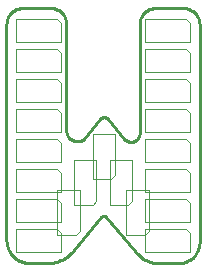
<source format=gto>
G75*
%MOIN*%
%OFA0B0*%
%FSLAX24Y24*%
%IPPOS*%
%LPD*%
%AMOC8*
5,1,8,0,0,1.08239X$1,22.5*
%
%ADD10C,0.0100*%
%ADD11C,0.0040*%
D10*
X002517Y003317D02*
X002517Y010475D01*
X002519Y010520D01*
X002524Y010564D01*
X002534Y010608D01*
X002546Y010651D01*
X002563Y010692D01*
X002582Y010732D01*
X002605Y010771D01*
X002631Y010807D01*
X002660Y010841D01*
X002692Y010873D01*
X002726Y010902D01*
X002762Y010928D01*
X002801Y010951D01*
X002841Y010970D01*
X002882Y010987D01*
X002925Y010999D01*
X002969Y011009D01*
X003013Y011014D01*
X003058Y011016D01*
X003058Y011017D02*
X003997Y011017D01*
X004043Y011013D01*
X004088Y011004D01*
X004132Y010993D01*
X004175Y010977D01*
X004216Y010958D01*
X004256Y010936D01*
X004294Y010910D01*
X004329Y010882D01*
X004362Y010850D01*
X004393Y010816D01*
X004420Y010780D01*
X004444Y010741D01*
X004466Y010701D01*
X004483Y010659D01*
X004497Y010615D01*
X004508Y010571D01*
X004515Y010526D01*
X004518Y010480D01*
X004517Y010435D01*
X004517Y006954D01*
X004516Y006954D02*
X004515Y006918D01*
X004517Y006882D01*
X004523Y006847D01*
X004533Y006812D01*
X004546Y006779D01*
X004562Y006747D01*
X004582Y006717D01*
X004605Y006689D01*
X004630Y006663D01*
X004658Y006641D01*
X004688Y006621D01*
X004719Y006604D01*
X004753Y006591D01*
X004787Y006581D01*
X004823Y006575D01*
X004859Y006572D01*
X004895Y006573D01*
X004930Y006578D01*
X004965Y006586D01*
X004999Y006598D01*
X005032Y006614D01*
X005062Y006632D01*
X005091Y006654D01*
X005634Y007322D01*
X005654Y007340D01*
X005677Y007354D01*
X005701Y007365D01*
X005727Y007373D01*
X005754Y007377D01*
X005780Y007377D01*
X005807Y007373D01*
X005833Y007365D01*
X005857Y007354D01*
X005880Y007340D01*
X005900Y007322D01*
X005899Y007322D02*
X006452Y006644D01*
X006475Y006621D01*
X006500Y006601D01*
X006528Y006584D01*
X006557Y006571D01*
X006588Y006560D01*
X006620Y006554D01*
X006652Y006550D01*
X006684Y006551D01*
X006717Y006555D01*
X006748Y006562D01*
X006779Y006573D01*
X006808Y006588D01*
X006835Y006605D01*
X006860Y006626D01*
X006883Y006649D01*
X006903Y006674D01*
X006920Y006702D01*
X006933Y006731D01*
X006944Y006762D01*
X006950Y006794D01*
X006954Y006826D01*
X006954Y010488D01*
X006955Y010488D02*
X006957Y010532D01*
X006962Y010575D01*
X006971Y010618D01*
X006984Y010659D01*
X006999Y010700D01*
X007019Y010739D01*
X007041Y010777D01*
X007066Y010812D01*
X007095Y010846D01*
X007125Y010876D01*
X007159Y010905D01*
X007194Y010930D01*
X007232Y010952D01*
X007271Y010972D01*
X007312Y010987D01*
X007353Y011000D01*
X007396Y011009D01*
X007439Y011014D01*
X007483Y011016D01*
X007483Y011017D02*
X008426Y011017D01*
X008426Y011016D02*
X008472Y011012D01*
X008518Y011003D01*
X008563Y010991D01*
X008606Y010976D01*
X008648Y010956D01*
X008689Y010934D01*
X008727Y010908D01*
X008763Y010879D01*
X008797Y010847D01*
X008828Y010813D01*
X008855Y010776D01*
X008880Y010737D01*
X008902Y010696D01*
X008920Y010653D01*
X008934Y010609D01*
X008945Y010564D01*
X008952Y010518D01*
X008955Y010472D01*
X008954Y010426D01*
X008954Y003290D01*
X008306Y002517D02*
X007469Y002517D01*
X006811Y002910D02*
X005847Y004061D01*
X005848Y004062D02*
X005838Y004069D01*
X005827Y004075D01*
X005815Y004079D01*
X005803Y004080D01*
X005678Y004053D02*
X004762Y002950D01*
X004008Y002517D02*
X003255Y002517D01*
X003200Y002521D01*
X003146Y002529D01*
X003092Y002541D01*
X003039Y002557D01*
X002988Y002576D01*
X002938Y002599D01*
X002890Y002626D01*
X002844Y002656D01*
X002800Y002689D01*
X002759Y002725D01*
X002720Y002764D01*
X002684Y002806D01*
X002651Y002850D01*
X002622Y002896D01*
X002596Y002945D01*
X002573Y002995D01*
X002554Y003046D01*
X002539Y003099D01*
X002528Y003153D01*
X002520Y003207D01*
X002516Y003262D01*
X002517Y003317D01*
X004008Y002516D02*
X004071Y002526D01*
X004133Y002540D01*
X004194Y002557D01*
X004255Y002577D01*
X004314Y002601D01*
X004372Y002628D01*
X004428Y002658D01*
X004482Y002691D01*
X004535Y002727D01*
X004585Y002767D01*
X004633Y002809D01*
X004679Y002853D01*
X004722Y002900D01*
X004762Y002950D01*
X005678Y004053D02*
X005697Y004064D01*
X005717Y004073D01*
X005738Y004079D01*
X005760Y004082D01*
X005782Y004082D01*
X005803Y004079D01*
X006811Y002910D02*
X006848Y002862D01*
X006889Y002817D01*
X006932Y002775D01*
X006977Y002735D01*
X007025Y002698D01*
X007075Y002664D01*
X007127Y002633D01*
X007180Y002605D01*
X007236Y002580D01*
X007292Y002559D01*
X007350Y002541D01*
X007409Y002527D01*
X007468Y002517D01*
X008306Y002517D02*
X008357Y002523D01*
X008407Y002533D01*
X008456Y002546D01*
X008504Y002563D01*
X008551Y002583D01*
X008596Y002607D01*
X008639Y002634D01*
X008681Y002663D01*
X008720Y002696D01*
X008756Y002731D01*
X008790Y002769D01*
X008822Y002809D01*
X008850Y002851D01*
X008875Y002896D01*
X008897Y002941D01*
X008916Y002989D01*
X008931Y003037D01*
X008943Y003087D01*
X008951Y003137D01*
X008956Y003188D01*
X008957Y003239D01*
X008954Y003289D01*
D11*
X002829Y003642D02*
X002829Y002892D01*
X004329Y002892D01*
X004329Y003517D01*
X004204Y003642D01*
X002829Y003642D01*
X002829Y003892D02*
X002829Y004642D01*
X004204Y004642D01*
X004329Y004517D01*
X004329Y003892D01*
X002829Y003892D01*
X002829Y004892D02*
X002829Y005642D01*
X004204Y005642D01*
X004329Y005517D01*
X004329Y004892D01*
X002829Y004892D01*
X002829Y005892D02*
X002829Y006642D01*
X004204Y006642D01*
X004329Y006517D01*
X004329Y005892D01*
X002829Y005892D01*
X002829Y006892D02*
X002829Y007642D01*
X004204Y007642D01*
X004329Y007517D01*
X004329Y006892D01*
X002829Y006892D01*
X002829Y007892D02*
X002829Y008642D01*
X004204Y008642D01*
X004329Y008517D01*
X004329Y007892D01*
X002829Y007892D01*
X002829Y008892D02*
X002829Y009642D01*
X004204Y009642D01*
X004329Y009517D01*
X004329Y008892D01*
X002829Y008892D01*
X002829Y009892D02*
X002829Y010642D01*
X004204Y010642D01*
X004329Y010517D01*
X004329Y009892D01*
X002829Y009892D01*
X005392Y006829D02*
X006142Y006829D01*
X006142Y005454D01*
X006017Y005329D01*
X005392Y005329D01*
X005392Y006829D01*
X005517Y005954D02*
X004767Y005954D01*
X004767Y004454D01*
X005392Y004454D01*
X005517Y004579D01*
X005517Y005954D01*
X005954Y005954D02*
X006704Y005954D01*
X006704Y004579D01*
X006579Y004454D01*
X005954Y004454D01*
X005954Y005954D01*
X006517Y004954D02*
X007267Y004954D01*
X007267Y003579D01*
X007142Y003454D01*
X006517Y003454D01*
X006517Y004954D01*
X007142Y004892D02*
X007142Y005642D01*
X008517Y005642D01*
X008642Y005517D01*
X008642Y004892D01*
X007142Y004892D01*
X007142Y004642D02*
X008517Y004642D01*
X008642Y004517D01*
X008642Y003892D01*
X007142Y003892D01*
X007142Y004642D01*
X007142Y003642D02*
X008517Y003642D01*
X008642Y003517D01*
X008642Y002892D01*
X007142Y002892D01*
X007142Y003642D01*
X007142Y005892D02*
X007142Y006642D01*
X008517Y006642D01*
X008642Y006517D01*
X008642Y005892D01*
X007142Y005892D01*
X007142Y006892D02*
X007142Y007642D01*
X008517Y007642D01*
X008642Y007517D01*
X008642Y006892D01*
X007142Y006892D01*
X007142Y007892D02*
X007142Y008642D01*
X008517Y008642D01*
X008642Y008517D01*
X008642Y007892D01*
X007142Y007892D01*
X007142Y008892D02*
X007142Y009642D01*
X008517Y009642D01*
X008642Y009517D01*
X008642Y008892D01*
X007142Y008892D01*
X007142Y009892D02*
X007142Y010642D01*
X008517Y010642D01*
X008642Y010517D01*
X008642Y009892D01*
X007142Y009892D01*
X004954Y004954D02*
X004204Y004954D01*
X004204Y003454D01*
X004829Y003454D01*
X004954Y003579D01*
X004954Y004954D01*
M02*

</source>
